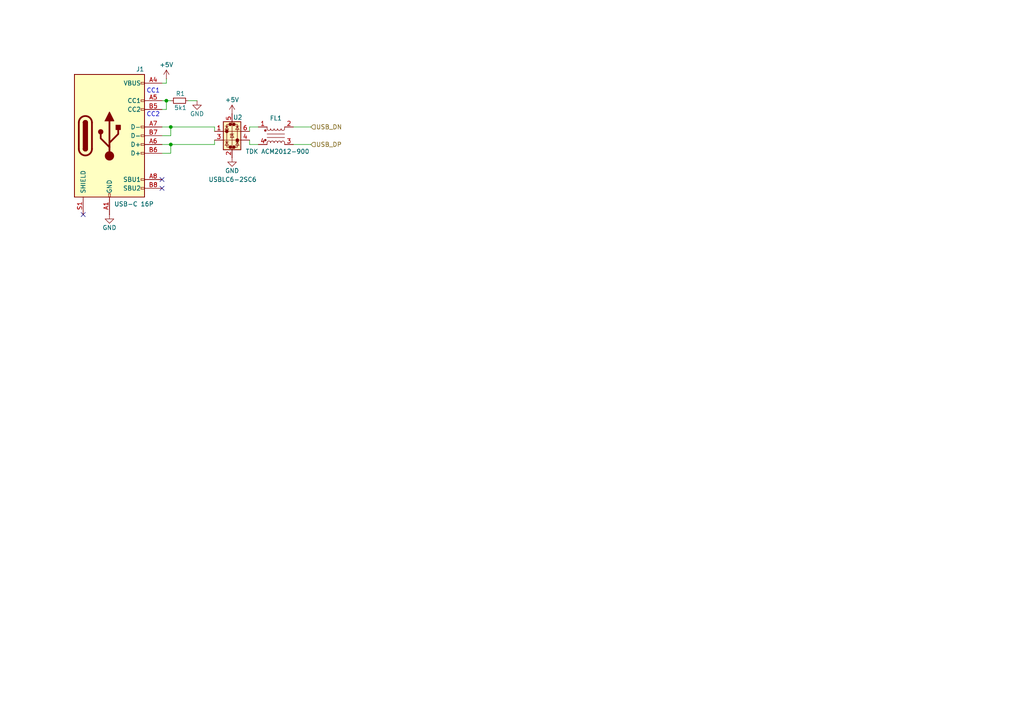
<source format=kicad_sch>
(kicad_sch (version 20231120) (generator "eeschema") (generator_version "8.0")
  (paper "A4")
  (lib_symbols
    (symbol "Connector:USB_C_Receptacle_USB2.0_16P" (pin_names (offset 1.016))
      (property "Reference" "J" (at 0 22.225 0))
      (property "Value" "USB_C_Receptacle_USB2.0_16P" (at 0 19.685 0))
      (symbol "USB_C_Receptacle_USB2.0_16P_0_0"
        (rectangle (start -0.254 -17.78) (end 0.254 -16.764))
        (rectangle (start 10.16 -14.986) (end 9.144 -15.494))
        (rectangle (start 10.16 -12.446) (end 9.144 -12.954))
        (rectangle (start 10.16 -4.826) (end 9.144 -5.334))
        (rectangle (start 10.16 -2.286) (end 9.144 -2.794))
        (rectangle (start 10.16 0.254) (end 9.144 -0.254))
        (rectangle (start 10.16 2.794) (end 9.144 2.286))
        (rectangle (start 10.16 7.874) (end 9.144 7.366))
        (rectangle (start 10.16 10.414) (end 9.144 9.906))
        (rectangle (start 10.16 15.494) (end 9.144 14.986))
      )
      (symbol "USB_C_Receptacle_USB2.0_16P_0_1"
        (rectangle (start -10.16 17.78) (end 10.16 -17.78) (stroke (width 0.254)) (fill (type background)))
        (arc (start -8.89 -3.81) (mid -6.985 -5.7067) (end -5.08 -3.81) (stroke (width 0.508)))
        (arc (start -7.62 -3.81) (mid -6.985 -4.4423) (end -6.35 -3.81) (stroke (width 0.254)))
        (arc (start -7.62 -3.81) (mid -6.985 -4.4423) (end -6.35 -3.81) (stroke (width 0.254)) (fill (type outline)))
        (rectangle (start -7.62 -3.81) (end -6.35 3.81) (stroke (width 0.254)) (fill (type outline)))
        (arc (start -6.35 3.81) (mid -6.985 4.4423) (end -7.62 3.81) (stroke (width 0.254)))
        (arc (start -6.35 3.81) (mid -6.985 4.4423) (end -7.62 3.81) (stroke (width 0.254)) (fill (type outline)))
        (arc (start -5.08 3.81) (mid -6.985 5.7067) (end -8.89 3.81) (stroke (width 0.508)))
        (circle (center -2.54 1.143) (radius 0.635) (stroke (width 0.254)) (fill (type outline)))
        (circle (center 0 -5.842) (radius 1.27) (fill (type outline)))
        (polyline (pts (xy -8.89 -3.81) (xy -8.89 3.81)) (stroke (width 0.508)))
        (polyline (pts (xy -5.08 3.81) (xy -5.08 -3.81)) (stroke (width 0.508)))
        (polyline (pts (xy 0 -5.842) (xy 0 4.318)) (stroke (width 0.508)))
        (polyline (pts (xy 0 -3.302) (xy -2.54 -0.762) (xy -2.54 0.508)) (stroke (width 0.508)))
        (polyline (pts (xy 0 -2.032) (xy 2.54 0.508) (xy 2.54 1.778)) (stroke (width 0.508)))
        (polyline (pts (xy -1.27 4.318) (xy 0 6.858) (xy 1.27 4.318) (xy -1.27 4.318)) (stroke (width 0.254)) (fill (type outline)))
        (rectangle (start 1.905 1.778) (end 3.175 3.048) (stroke (width 0.254)) (fill (type outline)))
      )
      (symbol "USB_C_Receptacle_USB2.0_16P_1_1"
        (pin passive line (at 0 -22.86 90) (length 5.08) (name "GND") (number "A1"))
        (pin passive line (at 0 -22.86 90) (length 5.08) hide (name "GND") (number "A12"))
        (pin passive line (at 15.24 15.24 180) (length 5.08) (name "VBUS") (number "A4"))
        (pin bidirectional line (at 15.24 10.16 180) (length 5.08) (name "CC1") (number "A5"))
        (pin bidirectional line (at 15.24 -2.54 180) (length 5.08) (name "D+") (number "A6"))
        (pin bidirectional line (at 15.24 2.54 180) (length 5.08) (name "D-") (number "A7"))
        (pin bidirectional line (at 15.24 -12.7 180) (length 5.08) (name "SBU1") (number "A8"))
        (pin passive line (at 15.24 15.24 180) (length 5.08) hide (name "VBUS") (number "A9"))
        (pin passive line (at 0 -22.86 90) (length 5.08) hide (name "GND") (number "B1"))
        (pin passive line (at 0 -22.86 90) (length 5.08) hide (name "GND") (number "B12"))
        (pin passive line (at 15.24 15.24 180) (length 5.08) hide (name "VBUS") (number "B4"))
        (pin bidirectional line (at 15.24 7.62 180) (length 5.08) (name "CC2") (number "B5"))
        (pin bidirectional line (at 15.24 -5.08 180) (length 5.08) (name "D+") (number "B6"))
        (pin bidirectional line (at 15.24 0 180) (length 5.08) (name "D-") (number "B7"))
        (pin bidirectional line (at 15.24 -15.24 180) (length 5.08) (name "SBU2") (number "B8"))
        (pin passive line (at 15.24 15.24 180) (length 5.08) hide (name "VBUS") (number "B9"))
        (pin passive line (at -7.62 -22.86 90) (length 5.08) (name "SHIELD") (number "S1"))
      )
    )
    (symbol "Device:R_Small" (pin_numbers hide) (pin_names (offset 0.254) hide)
      (property "Reference" "R" (at 0.762 0.508 0))
      (property "Value" "R_Small" (at 0.762 -1.016 0))
      (symbol "R_Small_0_1"
        (rectangle (start -0.762 1.778) (end 0.762 -1.778) (stroke (width 0.2032)))
      )
      (symbol "R_Small_1_1"
        (pin passive line (at 0 2.54 270) (length 0.762) (name "~") (number "1"))
        (pin passive line (at 0 -2.54 90) (length 0.762) (name "~") (number "2"))
      )
    )
    (symbol "Filter:Choke_Coilcraft_0603USB-222" (pin_names (offset 0.254) hide)
      (property "Reference" "FL" (at 0 4.445 0))
      (property "Value" "Choke_Coilcraft_0603USB-222" (at 0 -4.445 0))
      (symbol "Choke_Coilcraft_0603USB-222_0_1"
        (circle (center -3.048 -1.27) (radius 0.254) (fill (type outline)))
        (circle (center -3.048 1.524) (radius 0.254) (fill (type outline)))
        (arc (start -2.54 2.032) (mid -2.032 1.5262) (end -1.524 2.032))
        (arc (start -1.524 -2.032) (mid -2.032 -1.5262) (end -2.54 -2.032))
        (arc (start -1.524 2.032) (mid -1.016 1.5262) (end -0.508 2.032))
        (arc (start -0.508 -2.032) (mid -1.016 -1.5262) (end -1.524 -2.032))
        (arc (start -0.508 2.032) (mid 0 1.5262) (end 0.508 2.032))
        (polyline (pts (xy -2.54 -2.032) (xy -2.54 -2.54)))
        (polyline (pts (xy -2.54 0.508) (xy 2.54 0.508)))
        (polyline (pts (xy -2.54 2.032) (xy -2.54 2.54)))
        (polyline (pts (xy 2.54 -2.032) (xy 2.54 -2.54)))
        (polyline (pts (xy 2.54 -0.508) (xy -2.54 -0.508)))
        (polyline (pts (xy 2.54 2.54) (xy 2.54 2.032)))
        (arc (start 0.508 -2.032) (mid 0 -1.5262) (end -0.508 -2.032))
        (arc (start 0.508 2.032) (mid 1.016 1.5262) (end 1.524 2.032))
        (arc (start 1.524 -2.032) (mid 1.016 -1.5262) (end 0.508 -2.032))
        (arc (start 1.524 2.032) (mid 2.032 1.5262) (end 2.54 2.032))
        (arc (start 2.54 -2.032) (mid 2.032 -1.5262) (end 1.524 -2.032))
      )
      (symbol "Choke_Coilcraft_0603USB-222_1_1"
        (pin passive line (at -5.08 2.54 0) (length 2.54) (name "1") (number "1"))
        (pin passive line (at 5.08 2.54 180) (length 2.54) (name "2") (number "2"))
        (pin passive line (at 5.08 -2.54 180) (length 2.54) (name "3") (number "3"))
        (pin passive line (at -5.08 -2.54 0) (length 2.54) (name "4") (number "4"))
      )
    )
    (symbol "Power_Protection:USBLC6-2SC6" (pin_names hide)
      (property "Reference" "U" (at 0.635 5.715 0))
      (property "Value" "USBLC6-2SC6" (at 0.635 3.81 0))
      (symbol "USBLC6-2SC6_0_0"
        (circle (center -1.524 0) (radius 0.0001) (stroke (width 0.508)))
        (circle (center -0.508 -4.572) (radius 0.0001) (stroke (width 0.508)))
        (circle (center -0.508 2.032) (radius 0.0001) (stroke (width 0.508)))
        (circle (center 0.508 -4.572) (radius 0.0001) (stroke (width 0.508)))
        (circle (center 0.508 2.032) (radius 0.0001) (stroke (width 0.508)))
        (circle (center 1.524 -2.54) (radius 0.0001) (stroke (width 0.508)))
      )
      (symbol "USBLC6-2SC6_0_1"
        (polyline (pts (xy -2.54 -2.54) (xy 2.54 -2.54)))
        (polyline (pts (xy -2.54 0) (xy 2.54 0)))
        (polyline (pts (xy -2.032 -3.048) (xy -1.016 -3.048)))
        (polyline (pts (xy -1.016 1.524) (xy -2.032 1.524)))
        (polyline (pts (xy 1.016 -3.048) (xy 2.032 -3.048)))
        (polyline (pts (xy 1.016 1.524) (xy 2.032 1.524)))
        (polyline (pts (xy -0.508 -1.143) (xy -0.508 -0.762) (xy 0.508 -0.762)))
        (polyline (pts (xy -2.032 0.508) (xy -1.016 0.508) (xy -1.524 1.524) (xy -2.032 0.508)))
        (polyline (pts (xy -1.016 -4.064) (xy -2.032 -4.064) (xy -1.524 -3.048) (xy -1.016 -4.064)))
        (polyline (pts (xy 0.508 -1.778) (xy -0.508 -1.778) (xy 0 -0.762) (xy 0.508 -1.778)))
        (polyline (pts (xy 2.032 -4.064) (xy 1.016 -4.064) (xy 1.524 -3.048) (xy 2.032 -4.064)))
        (polyline (pts (xy 2.032 0.508) (xy 1.016 0.508) (xy 1.524 1.524) (xy 2.032 0.508)))
        (polyline (pts (xy 0 2.54) (xy -0.508 2.032) (xy 0.508 2.032) (xy 0 1.524) (xy 0 -4.064) (xy -0.508 -4.572) (xy 0.508 -4.572) (xy 0 -5.08)))
      )
      (symbol "USBLC6-2SC6_1_1"
        (rectangle (start -2.54 2.794) (end 2.54 -5.334) (stroke (width 0.254)) (fill (type background)))
        (polyline (pts (xy -0.508 2.032) (xy -1.524 2.032) (xy -1.524 -4.572) (xy -0.508 -4.572)))
        (polyline (pts (xy 0.508 -4.572) (xy 1.524 -4.572) (xy 1.524 2.032) (xy 0.508 2.032)))
        (pin passive line (at -5.08 0 0) (length 2.54) (name "I/O1") (number "1"))
        (pin passive line (at 0 -7.62 90) (length 2.54) (name "GND") (number "2"))
        (pin passive line (at -5.08 -2.54 0) (length 2.54) (name "I/O2") (number "3"))
        (pin passive line (at 5.08 -2.54 180) (length 2.54) (name "I/O2") (number "4"))
        (pin passive line (at 0 5.08 270) (length 2.54) (name "VBUS") (number "5"))
        (pin passive line (at 5.08 0 180) (length 2.54) (name "I/O1") (number "6"))
      )
    )
    (symbol "power:+5V" (power) (pin_numbers hide) (pin_names (offset 0) hide)
      (property "Value" "+5V" (at 0 3.556 0))
      (symbol "+5V_0_1"
        (polyline (pts (xy -0.762 1.27) (xy 0 2.54)))
        (polyline (pts (xy 0 0) (xy 0 2.54)))
        (polyline (pts (xy 0 2.54) (xy 0.762 1.27)))
      )
      (symbol "+5V_1_1"
        (pin power_in line (at 0 0 90) (length 0) (name "~") (number "1"))
      )
    )
    (symbol "power:GND" (power) (pin_numbers hide) (pin_names (offset 0) hide)
      (property "Value" "GND" (at 0 -3.81 0))
      (symbol "GND_0_1"
        (polyline (pts (xy 0 0) (xy 0 -1.27) (xy 1.27 -1.27) (xy 0 -2.54) (xy -1.27 -1.27) (xy 0 -1.27)))
      )
      (symbol "GND_1_1"
        (pin power_in line (at 0 0 270) (length 0) (name "~") (number "1"))
      )
    )
  )
  (junction (at 49.53 36.83))
  (junction (at 48.26 29.21))
  (junction (at 49.53 41.91))
  (no_connect (at 46.99 54.61))
  (no_connect (at 24.13 62.23))
  (no_connect (at 46.99 52.07))
  (wire (pts (xy 72.39 36.83) (xy 74.93 36.83)))
  (wire (pts (xy 48.26 24.13) (xy 48.26 22.86)))
  (wire (pts (xy 49.53 39.37) (xy 49.53 36.83)))
  (wire (pts (xy 49.53 36.83) (xy 62.23 36.83)))
  (wire (pts (xy 46.99 39.37) (xy 49.53 39.37)))
  (wire (pts (xy 48.26 29.21) (xy 48.26 31.75)))
  (wire (pts (xy 85.09 36.83) (xy 90.17 36.83)))
  (wire (pts (xy 72.39 40.64) (xy 72.39 41.91)))
  (wire (pts (xy 46.99 36.83) (xy 49.53 36.83)))
  (wire (pts (xy 49.53 44.45) (xy 49.53 41.91)))
  (wire (pts (xy 62.23 36.83) (xy 62.23 38.1)))
  (wire (pts (xy 46.99 44.45) (xy 49.53 44.45)))
  (wire (pts (xy 46.99 31.75) (xy 48.26 31.75)))
  (wire (pts (xy 62.23 40.64) (xy 62.23 41.91)))
  (wire (pts (xy 62.23 41.91) (xy 49.53 41.91)))
  (wire (pts (xy 48.26 24.13) (xy 46.99 24.13)))
  (wire (pts (xy 48.26 29.21) (xy 49.53 29.21)))
  (wire (pts (xy 54.61 29.21) (xy 57.15 29.21)))
  (wire (pts (xy 72.39 38.1) (xy 72.39 36.83)))
  (wire (pts (xy 49.53 41.91) (xy 46.99 41.91)))
  (wire (pts (xy 85.09 41.91) (xy 90.17 41.91)))
  (wire (pts (xy 72.39 41.91) (xy 74.93 41.91)))
  (wire (pts (xy 46.99 29.21) (xy 48.26 29.21)))
  (text "CC1" (at 44.45 26.416 0) (effects (font (size 1.27 1.27))))
  (text "CC2\n" (at 44.45 33.274 0) (effects (font (size 1.27 1.27))))
  (hierarchical_label "USB_DP" (shape input) (at 90.17 41.91 0))
  (hierarchical_label "USB_DN" (shape input) (at 90.17 36.83 0))
  (symbol (lib_id "Filter:Choke_Coilcraft_0603USB-222") (at 80.01 39.37 0) (unit 1)
    (property "Reference" "FL1" (at 80.01 34.29 0))
    (property "Value" " TDK ACM2012-900" (at 80.01 43.942 0))
    (property "Footprint" "ACM2012_900_2P_T002:ACM2012_TDK" (effects (hide yes)))
    (property "Datasheet" "https://www.lcsc.com/datasheet/lcsc_datasheet_2304140030_TDK-ACM2012-900-2P-T002_C19972.pdf" (effects (hide yes)))
    (property "Description" " TDK ACM2012-900-2P-T002 " (effects (hide yes)))
    (property "LCSC" "C19972" (effects (hide yes)))
  )
  (symbol (lib_id "Device:R_Small") (at 52.07 29.21 270) (unit 1)
    (property "Reference" "R1" (at 52.324 27.178 90))
    (property "Value" "5k1" (at 52.324 31.242 90))
    (property "Footprint" "Resistor_SMD:R_0603_1608Metric" (effects (hide yes)))
    (property "Description" "Resistor, small symbol" (effects (hide yes)))
    (property "LCSC" "C23186" (effects (hide yes)))
  )
  (symbol (lib_id "power:GND") (at 57.15 29.21 0) (unit 1)
    (property "Reference" "#PWR01" (effects (hide yes)))
    (property "Value" "GND" (at 57.15 33.02 0))
    (property "Description" "Power symbol creates a global label with name \"GND\" , ground" (effects (hide yes)))
  )
  (symbol (lib_id "Power_Protection:USBLC6-2SC6") (at 67.31 38.1 0) (unit 1)
    (property "Reference" "U2" (at 67.564 34.036 0) (effects (justify left)))
    (property "Value" "USBLC6-2SC6" (at 60.452 52.07 0) (effects (justify left)))
    (property "Footprint" "Package_TO_SOT_SMD:SOT-23-6" (effects (hide yes)))
    (property "Datasheet" "https://www.st.com/resource/en/datasheet/usblc6-2.pdf" (effects (hide yes)))
    (property "Description" "Very low capacitance ESD protection diode, 2 data-line, SOT-23-6" (effects (hide yes)))
    (property "LCSC" "C2827654" (effects (hide yes)))
  )
  (symbol (lib_id "power:GND") (at 31.75 62.23 0) (unit 1)
    (property "Reference" "#PWR03" (effects (hide yes)))
    (property "Value" "GND" (at 31.75 66.04 0))
    (property "Description" "Power symbol creates a global label with name \"GND\" , ground" (effects (hide yes)))
  )
  (symbol (lib_id "Connector:USB_C_Receptacle_USB2.0_16P") (at 31.75 39.37 0) (unit 1)
    (property "Reference" "J1" (at 40.64 20.066 0))
    (property "Value" "USB-C 16P" (at 38.862 59.182 0))
    (property "Footprint" "Connector_USB:USB_C_Receptacle_HCTL_HC-TYPE-C-16P-01A" (effects (hide yes)))
    (property "Datasheet" "https://www.lcsc.com/datasheet/lcsc_datasheet_2111231930_SHOU-HAN-TYPE-C-16PIN-2MD-073_C2765186.pdf" (effects (hide yes)))
    (property "Description" "SHOU HAN TYPE-C 16PIN 2MD(073) " (effects (hide yes)))
    (property "LCSC" "C2765186" (effects (hide yes)))
  )
  (symbol (lib_id "power:+5V") (at 67.31 33.02 0) (unit 1)
    (property "Reference" "#PWR05" (effects (hide yes)))
    (property "Value" "+5V" (at 67.31 28.956 0))
    (property "Description" "Power symbol creates a global label with name \"+5V\"" (effects (hide yes)))
  )
  (symbol (lib_id "power:GND") (at 67.31 45.72 0) (unit 1)
    (property "Reference" "#PWR02" (effects (hide yes)))
    (property "Value" "GND" (at 67.31 49.53 0))
    (property "Description" "Power symbol creates a global label with name \"GND\" , ground" (effects (hide yes)))
  )
  (symbol (lib_id "power:+5V") (at 48.26 22.86 0) (unit 1)
    (property "Reference" "#PWR04" (effects (hide yes)))
    (property "Value" "+5V" (at 48.26 18.796 0))
    (property "Description" "Power symbol creates a global label with name \"+5V\"" (effects (hide yes)))
  )
)
</source>
